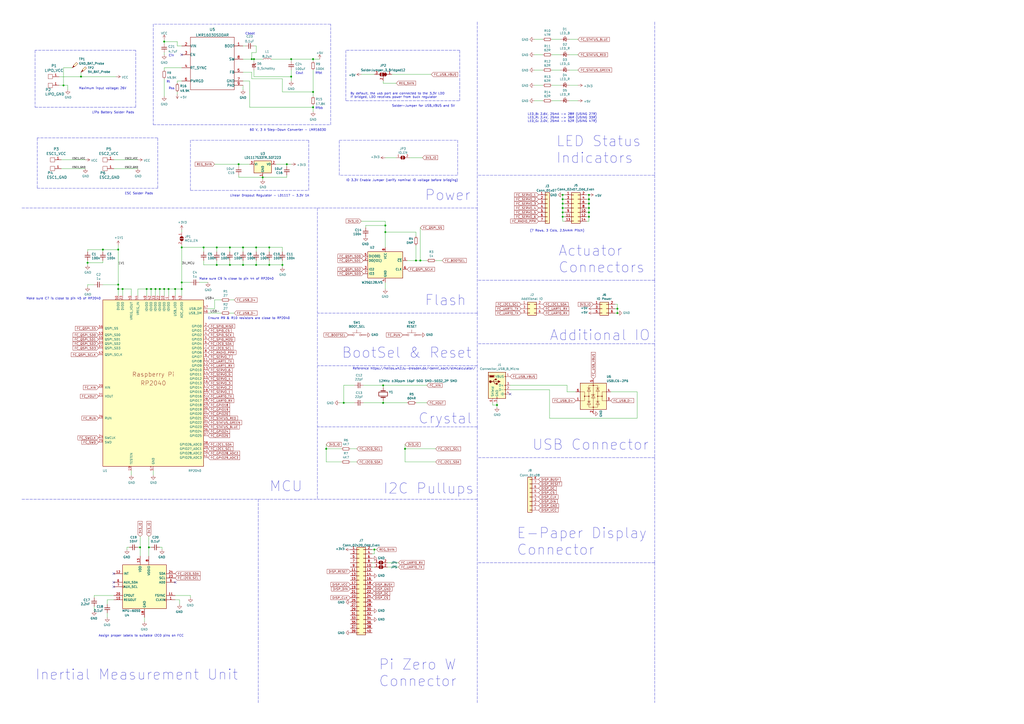
<source format=kicad_sch>
(kicad_sch (version 20211123) (generator eeschema)
  (paper "A2")
  (title_block (title "piUAV") (date "2022-01-04"))
  (junction (at 341.63 115.57))
  (junction (at 95.25 24.13))
  (junction (at 101.6 167.64))
  (junction (at 168.91 44.45))
  (junction (at 234.95 260.35))
  (junction (at 87.63 167.64))
  (junction (at 326.39 125.73))
  (junction (at 148.59 153.67))
  (junction (at 222.25 233.68))
  (junction (at 133.35 153.67))
  (junction (at 156.21 153.67))
  (junction (at 133.35 143.51))
  (junction (at 68.58 167.64))
  (junction (at 140.97 143.51))
  (junction (at 68.58 165.1))
  (junction (at 223.52 134.62))
  (junction (at 95.25 167.64))
  (junction (at 189.23 260.35))
  (junction (at 199.39 233.68))
  (junction (at 146.05 34.29))
  (junction (at 86.36 317.5))
  (junction (at 222.25 223.52))
  (junction (at 341.63 125.73))
  (junction (at 152.4 102.87))
  (junction (at 288.29 234.95))
  (junction (at 148.59 143.51))
  (junction (at 326.39 115.57))
  (junction (at 217.17 318.77))
  (junction (at 358.14 179.07))
  (junction (at 163.83 153.67))
  (junction (at 50.8 152.4))
  (junction (at 156.21 143.51))
  (junction (at 46.99 44.45))
  (junction (at 181.61 53.34))
  (junction (at 105.41 163.83))
  (junction (at 138.43 95.25))
  (junction (at 85.09 167.64))
  (junction (at 326.39 120.65))
  (junction (at 97.79 167.64))
  (junction (at 105.41 143.51))
  (junction (at 71.12 167.64))
  (junction (at 81.28 317.5))
  (junction (at 59.69 144.78))
  (junction (at 341.63 123.19))
  (junction (at 181.61 62.23))
  (junction (at 140.97 153.67))
  (junction (at 125.73 153.67))
  (junction (at 341.63 120.65))
  (junction (at 118.11 143.51))
  (junction (at 105.41 167.64))
  (junction (at 181.61 34.29))
  (junction (at 358.14 181.61))
  (junction (at 68.58 144.78))
  (junction (at 36.83 49.53))
  (junction (at 243.84 151.13))
  (junction (at 326.39 113.03))
  (junction (at 166.37 95.25))
  (junction (at 326.39 118.11))
  (junction (at 90.17 167.64))
  (junction (at 147.32 34.29))
  (junction (at 92.71 167.64))
  (junction (at 241.3 151.13))
  (junction (at 125.73 143.51))
  (junction (at 326.39 123.19))
  (junction (at 223.52 130.81))
  (junction (at 168.91 34.29))
  (junction (at 341.63 113.03))
  (junction (at 341.63 118.11))
  (no_connect (at 66.04 332.74))
  (no_connect (at 66.04 337.82))
  (no_connect (at 101.6 337.82))
  (no_connect (at 295.91 228.6))
  (no_connect (at 105.41 31.75))
  (no_connect (at 66.04 340.36))
  (wire (pts (xy 222.25 223.52) (xy 247.65 223.52)))
  (wire (pts (xy 327.66 123.19) (xy 326.39 123.19)))
  (wire (pts (xy 215.9 318.77) (xy 217.17 318.77)))
  (wire (pts (xy 115.57 163.83) (xy 120.65 163.83)))
  (wire (pts (xy 140.97 143.51) (xy 148.59 143.51)))
  (wire (pts (xy 325.12 49.53) (xy 320.04 49.53)))
  (polyline (pts (xy 149.86 289.56) (xy 149.86 407.67)))
  (wire (pts (xy 369.57 227.33) (xy 354.33 227.33)))
  (wire (pts (xy 256.54 151.13) (xy 252.73 151.13)))
  (wire (pts (xy 140.97 46.99) (xy 144.78 46.99)))
  (wire (pts (xy 39.37 49.53) (xy 39.37 52.07)))
  (wire (pts (xy 326.39 115.57) (xy 326.39 113.03)))
  (wire (pts (xy 76.2 273.05) (xy 76.2 275.59)))
  (polyline (pts (xy 276.86 181.61) (xy 276.86 212.09)))
  (wire (pts (xy 140.97 151.13) (xy 140.97 153.67)))
  (polyline (pts (xy 379.73 162.56) (xy 379.73 199.39)))
  (wire (pts (xy 229.87 91.44) (xy 223.52 91.44)))
  (wire (pts (xy 83.82 358.14) (xy 83.82 360.68)))
  (wire (pts (xy 205.74 233.68) (xy 199.39 233.68)))
  (wire (pts (xy 80.01 317.5) (xy 81.28 317.5)))
  (polyline (pts (xy 21.59 109.22) (xy 91.44 109.22)))
  (wire (pts (xy 105.41 143.51) (xy 118.11 143.51)))
  (wire (pts (xy 326.39 128.27) (xy 326.39 125.73)))
  (wire (pts (xy 356.87 176.53) (xy 358.14 176.53)))
  (wire (pts (xy 325.12 58.42) (xy 320.04 58.42)))
  (wire (pts (xy 148.59 26.67) (xy 147.32 26.67)))
  (wire (pts (xy 146.05 34.29) (xy 146.05 30.48)))
  (polyline (pts (xy 91.44 109.22) (xy 91.44 80.01)))
  (wire (pts (xy 50.8 152.4) (xy 50.8 153.67)))
  (wire (pts (xy 335.28 49.53) (xy 330.2 49.53)))
  (wire (pts (xy 285.75 233.68) (xy 285.75 234.95)))
  (wire (pts (xy 325.12 31.75) (xy 320.04 31.75)))
  (wire (pts (xy 163.83 45.72) (xy 163.83 53.34)))
  (wire (pts (xy 90.17 171.45) (xy 90.17 167.64)))
  (wire (pts (xy 335.28 22.86) (xy 330.2 22.86)))
  (wire (pts (xy 327.66 120.65) (xy 326.39 120.65)))
  (polyline (pts (xy 196.85 81.28) (xy 265.43 81.28)))
  (wire (pts (xy 156.21 151.13) (xy 156.21 153.67)))
  (wire (pts (xy 327.66 113.03) (xy 326.39 113.03)))
  (wire (pts (xy 102.87 26.67) (xy 102.87 24.13)))
  (wire (pts (xy 95.25 171.45) (xy 95.25 167.64)))
  (wire (pts (xy 86.36 311.15) (xy 86.36 317.5)))
  (wire (pts (xy 234.95 260.35) (xy 252.73 260.35)))
  (wire (pts (xy 125.73 153.67) (xy 118.11 153.67)))
  (polyline (pts (xy 379.73 101.6) (xy 379.73 162.56)))
  (wire (pts (xy 140.97 143.51) (xy 140.97 146.05)))
  (wire (pts (xy 227.33 43.18) (xy 250.19 43.18)))
  (wire (pts (xy 120.65 181.61) (xy 128.27 181.61)))
  (polyline (pts (xy 276.86 212.09) (xy 276.86 247.65)))
  (wire (pts (xy 118.11 143.51) (xy 125.73 143.51)))
  (polyline (pts (xy 196.85 101.6) (xy 196.85 81.28)))
  (wire (pts (xy 50.8 151.13) (xy 50.8 152.4)))
  (wire (pts (xy 66.04 97.79) (xy 80.01 97.79)))
  (polyline (pts (xy 379.73 162.56) (xy 276.86 162.56)))
  (wire (pts (xy 327.66 128.27) (xy 326.39 128.27)))
  (wire (pts (xy 133.35 146.05) (xy 133.35 143.51)))
  (wire (pts (xy 217.17 43.18) (xy 209.55 43.18)))
  (wire (pts (xy 224.79 326.39) (xy 231.14 326.39)))
  (polyline (pts (xy 379.73 199.39) (xy 276.86 199.39)))
  (wire (pts (xy 144.78 46.99) (xy 144.78 62.23)))
  (wire (pts (xy 133.35 151.13) (xy 133.35 153.67)))
  (wire (pts (xy 95.25 30.48) (xy 95.25 31.75)))
  (wire (pts (xy 95.25 24.13) (xy 95.25 25.4)))
  (wire (pts (xy 295.91 226.06) (xy 318.77 226.06)))
  (wire (pts (xy 147.32 34.29) (xy 147.32 35.56)))
  (wire (pts (xy 138.43 102.87) (xy 138.43 101.6)))
  (polyline (pts (xy 379.73 199.39) (xy 379.73 265.43)))
  (wire (pts (xy 36.83 39.37) (xy 41.91 39.37)))
  (wire (pts (xy 50.8 144.78) (xy 50.8 146.05)))
  (wire (pts (xy 341.63 118.11) (xy 341.63 115.57)))
  (wire (pts (xy 140.97 41.91) (xy 146.05 41.91)))
  (wire (pts (xy 181.61 34.29) (xy 168.91 34.29)))
  (polyline (pts (xy 179.07 110.49) (xy 179.07 81.28)))
  (wire (pts (xy 160.02 95.25) (xy 166.37 95.25)))
  (polyline (pts (xy 266.7 29.21) (xy 200.66 29.21)))
  (wire (pts (xy 223.52 128.27) (xy 209.55 128.27)))
  (wire (pts (xy 325.12 22.86) (xy 320.04 22.86)))
  (wire (pts (xy 73.66 317.5) (xy 73.66 318.77)))
  (wire (pts (xy 247.65 151.13) (xy 243.84 151.13)))
  (wire (pts (xy 234.95 260.35) (xy 234.95 267.97)))
  (wire (pts (xy 168.91 44.45) (xy 168.91 46.99)))
  (wire (pts (xy 133.35 153.67) (xy 140.97 153.67)))
  (wire (pts (xy 189.23 257.81) (xy 189.23 260.35)))
  (wire (pts (xy 101.6 347.98) (xy 104.14 347.98)))
  (wire (pts (xy 105.41 142.24) (xy 105.41 143.51)))
  (wire (pts (xy 125.73 151.13) (xy 125.73 153.67)))
  (wire (pts (xy 152.4 102.87) (xy 152.4 104.14)))
  (polyline (pts (xy 191.77 72.39) (xy 191.77 13.97)))
  (polyline (pts (xy 78.74 29.21) (xy 20.32 29.21)))
  (polyline (pts (xy 266.7 58.42) (xy 266.7 29.21)))
  (polyline (pts (xy 276.86 212.09) (xy 184.15 212.09)))
  (wire (pts (xy 54.61 351.79) (xy 54.61 354.33)))
  (wire (pts (xy 288.29 234.95) (xy 288.29 236.22)))
  (wire (pts (xy 95.25 39.37) (xy 95.25 40.64)))
  (wire (pts (xy 66.04 345.44) (xy 54.61 345.44)))
  (wire (pts (xy 71.12 167.64) (xy 68.58 167.64)))
  (wire (pts (xy 92.71 171.45) (xy 92.71 167.64)))
  (polyline (pts (xy 110.49 81.28) (xy 110.49 110.49)))
  (wire (pts (xy 335.28 31.75) (xy 330.2 31.75)))
  (wire (pts (xy 212.09 130.81) (xy 223.52 130.81)))
  (wire (pts (xy 133.35 173.99) (xy 135.89 173.99)))
  (wire (pts (xy 181.61 35.56) (xy 181.61 34.29)))
  (polyline (pts (xy 200.66 58.42) (xy 266.7 58.42)))
  (wire (pts (xy 50.8 165.1) (xy 54.61 165.1)))
  (wire (pts (xy 95.25 24.13) (xy 95.25 22.86)))
  (wire (pts (xy 105.41 163.83) (xy 105.41 167.64)))
  (wire (pts (xy 105.41 163.83) (xy 110.49 163.83)))
  (polyline (pts (xy 276.86 247.65) (xy 184.15 247.65)))
  (wire (pts (xy 222.25 48.26) (xy 229.87 48.26)))
  (wire (pts (xy 128.27 173.99) (xy 124.46 173.99)))
  (wire (pts (xy 62.23 347.98) (xy 62.23 350.52)))
  (polyline (pts (xy 184.15 120.65) (xy 184.15 289.56)))
  (wire (pts (xy 148.59 151.13) (xy 148.59 153.67)))
  (polyline (pts (xy 12.7 289.56) (xy 184.15 289.56)))
  (wire (pts (xy 140.97 49.53) (xy 140.97 52.07)))
  (wire (pts (xy 340.36 115.57) (xy 341.63 115.57)))
  (wire (pts (xy 92.71 317.5) (xy 93.98 317.5)))
  (wire (pts (xy 369.57 242.57) (xy 369.57 227.33)))
  (polyline (pts (xy 12.7 120.65) (xy 276.86 120.65)))
  (wire (pts (xy 340.36 120.65) (xy 341.63 120.65)))
  (wire (pts (xy 95.25 45.72) (xy 95.25 55.88)))
  (wire (pts (xy 146.05 30.48) (xy 148.59 30.48)))
  (polyline (pts (xy 20.32 29.21) (xy 20.32 62.23)))
  (wire (pts (xy 152.4 102.87) (xy 138.43 102.87)))
  (wire (pts (xy 288.29 233.68) (xy 288.29 234.95)))
  (wire (pts (xy 59.69 144.78) (xy 50.8 144.78)))
  (wire (pts (xy 81.28 311.15) (xy 81.28 317.5)))
  (wire (pts (xy 85.09 171.45) (xy 85.09 167.64)))
  (wire (pts (xy 223.52 128.27) (xy 223.52 130.81)))
  (wire (pts (xy 166.37 95.25) (xy 166.37 96.52)))
  (wire (pts (xy 102.87 46.99) (xy 105.41 46.99)))
  (wire (pts (xy 68.58 165.1) (xy 68.58 167.64)))
  (wire (pts (xy 146.05 34.29) (xy 147.32 34.29)))
  (wire (pts (xy 340.36 128.27) (xy 341.63 128.27)))
  (polyline (pts (xy 379.73 101.6) (xy 276.86 101.6)))
  (wire (pts (xy 76.2 171.45) (xy 76.2 167.64)))
  (wire (pts (xy 245.11 91.44) (xy 237.49 91.44)))
  (wire (pts (xy 93.98 317.5) (xy 93.98 318.77)))
  (wire (pts (xy 222.25 233.68) (xy 236.22 233.68)))
  (wire (pts (xy 223.52 163.83) (xy 223.52 167.64)))
  (wire (pts (xy 326.39 123.19) (xy 326.39 120.65)))
  (wire (pts (xy 59.69 146.05) (xy 59.69 144.78)))
  (wire (pts (xy 156.21 146.05) (xy 156.21 143.51)))
  (wire (pts (xy 203.2 260.35) (xy 207.01 260.35)))
  (wire (pts (xy 328.93 227.33) (xy 334.01 227.33)))
  (wire (pts (xy 318.77 242.57) (xy 369.57 242.57)))
  (wire (pts (xy 46.99 44.45) (xy 67.31 44.45)))
  (wire (pts (xy 327.66 125.73) (xy 326.39 125.73)))
  (wire (pts (xy 148.59 146.05) (xy 148.59 143.51)))
  (wire (pts (xy 234.95 267.97) (xy 252.73 267.97)))
  (wire (pts (xy 102.87 53.34) (xy 102.87 54.61)))
  (wire (pts (xy 215.9 321.31) (xy 217.17 321.31)))
  (wire (pts (xy 156.21 143.51) (xy 163.83 143.51)))
  (wire (pts (xy 148.59 143.51) (xy 156.21 143.51)))
  (wire (pts (xy 356.87 179.07) (xy 358.14 179.07)))
  (wire (pts (xy 147.32 34.29) (xy 152.4 34.29)))
  (polyline (pts (xy 276.86 181.61) (xy 184.15 181.61)))
  (wire (pts (xy 87.63 171.45) (xy 87.63 167.64)))
  (polyline (pts (xy 379.73 326.39) (xy 379.73 407.67)))
  (wire (pts (xy 295.91 223.52) (xy 328.93 223.52)))
  (wire (pts (xy 314.96 49.53) (xy 309.88 49.53)))
  (wire (pts (xy 144.78 62.23) (xy 181.61 62.23)))
  (wire (pts (xy 50.8 165.1) (xy 50.8 166.37)))
  (polyline (pts (xy 276.86 289.56) (xy 276.86 407.67)))
  (wire (pts (xy 85.09 167.64) (xy 87.63 167.64)))
  (polyline (pts (xy 276.86 120.65) (xy 276.86 181.61)))
  (wire (pts (xy 181.61 62.23) (xy 181.61 64.77)))
  (wire (pts (xy 327.66 115.57) (xy 326.39 115.57)))
  (wire (pts (xy 358.14 179.07) (xy 358.14 181.61)))
  (wire (pts (xy 163.83 153.67) (xy 156.21 153.67)))
  (polyline (pts (xy 379.73 265.43) (xy 379.73 326.39)))
  (wire (pts (xy 181.61 53.34) (xy 181.61 55.88)))
  (wire (pts (xy 335.28 58.42) (xy 330.2 58.42)))
  (wire (pts (xy 318.77 226.06) (xy 318.77 242.57)))
  (wire (pts (xy 181.61 40.64) (xy 181.61 53.34)))
  (wire (pts (xy 133.35 181.61) (xy 135.89 181.61)))
  (polyline (pts (xy 91.44 80.01) (xy 21.59 80.01)))
  (polyline (pts (xy 88.9 13.97) (xy 88.9 72.39)))
  (wire (pts (xy 335.28 40.64) (xy 330.2 40.64)))
  (wire (pts (xy 223.52 134.62) (xy 223.52 143.51)))
  (wire (pts (xy 341.63 120.65) (xy 341.63 118.11)))
  (wire (pts (xy 125.73 146.05) (xy 125.73 143.51)))
  (wire (pts (xy 74.93 317.5) (xy 73.66 317.5)))
  (wire (pts (xy 68.58 144.78) (xy 68.58 165.1)))
  (wire (pts (xy 241.3 151.13) (xy 236.22 151.13)))
  (wire (pts (xy 340.36 118.11) (xy 341.63 118.11)))
  (polyline (pts (xy 379.73 265.43) (xy 276.86 265.43)))
  (wire (pts (xy 285.75 234.95) (xy 288.29 234.95)))
  (wire (pts (xy 205.74 223.52) (xy 199.39 223.52)))
  (wire (pts (xy 156.21 153.67) (xy 148.59 153.67)))
  (polyline (pts (xy 88.9 72.39) (xy 191.77 72.39)))
  (wire (pts (xy 210.82 223.52) (xy 222.25 223.52)))
  (wire (pts (xy 125.73 143.51) (xy 133.35 143.51)))
  (wire (pts (xy 35.56 92.71) (xy 49.53 92.71)))
  (wire (pts (xy 147.32 44.45) (xy 168.91 44.45)))
  (wire (pts (xy 105.41 26.67) (xy 102.87 26.67)))
  (wire (pts (xy 163.83 153.67) (xy 163.83 154.94)))
  (wire (pts (xy 81.28 317.5) (xy 81.28 322.58)))
  (wire (pts (xy 163.83 143.51) (xy 163.83 146.05)))
  (wire (pts (xy 341.63 123.19) (xy 341.63 120.65)))
  (wire (pts (xy 66.04 347.98) (xy 62.23 347.98)))
  (wire (pts (xy 97.79 171.45) (xy 97.79 167.64)))
  (wire (pts (xy 189.23 260.35) (xy 189.23 267.97)))
  (wire (pts (xy 97.79 167.64) (xy 101.6 167.64)))
  (wire (pts (xy 340.36 123.19) (xy 341.63 123.19)))
  (wire (pts (xy 124.46 179.07) (xy 120.65 179.07)))
  (wire (pts (xy 215.9 328.93) (xy 217.17 328.93)))
  (wire (pts (xy 105.41 143.51) (xy 105.41 163.83)))
  (wire (pts (xy 340.36 113.03) (xy 341.63 113.03)))
  (wire (pts (xy 163.83 53.34) (xy 181.61 53.34)))
  (wire (pts (xy 341.63 128.27) (xy 341.63 125.73)))
  (wire (pts (xy 168.91 40.64) (xy 168.91 44.45)))
  (wire (pts (xy 340.36 125.73) (xy 341.63 125.73)))
  (polyline (pts (xy 200.66 29.21) (xy 200.66 58.42)))
  (wire (pts (xy 88.9 273.05) (xy 88.9 275.59)))
  (polyline (pts (xy 110.49 110.49) (xy 179.07 110.49)))
  (wire (pts (xy 46.99 44.45) (xy 46.99 41.91)))
  (wire (pts (xy 102.87 24.13) (xy 95.25 24.13)))
  (wire (pts (xy 168.91 35.56) (xy 168.91 34.29)))
  (wire (pts (xy 243.84 151.13) (xy 243.84 132.08)))
  (wire (pts (xy 189.23 267.97) (xy 198.12 267.97)))
  (wire (pts (xy 358.14 181.61) (xy 356.87 181.61)))
  (wire (pts (xy 101.6 345.44) (xy 110.49 345.44)))
  (wire (pts (xy 222.25 46.99) (xy 222.25 48.26)))
  (polyline (pts (xy 265.43 81.28) (xy 265.43 101.6)))
  (wire (pts (xy 133.35 153.67) (xy 125.73 153.67)))
  (wire (pts (xy 118.11 153.67) (xy 118.11 151.13)))
  (wire (pts (xy 118.11 146.05) (xy 118.11 143.51)))
  (wire (pts (xy 146.05 45.72) (xy 163.83 45.72)))
  (wire (pts (xy 223.52 130.81) (xy 223.52 134.62)))
  (wire (pts (xy 140.97 34.29) (xy 146.05 34.29)))
  (wire (pts (xy 105.41 167.64) (xy 105.41 171.45)))
  (polyline (pts (xy 179.07 81.28) (xy 110.49 81.28)))
  (wire (pts (xy 80.01 171.45) (xy 80.01 167.64)))
  (wire (pts (xy 210.82 233.68) (xy 222.25 233.68)))
  (wire (pts (xy 234.95 257.81) (xy 234.95 260.35)))
  (wire (pts (xy 35.56 97.79) (xy 49.53 97.79)))
  (wire (pts (xy 241.3 142.24) (xy 241.3 151.13)))
  (wire (pts (xy 314.96 40.64) (xy 309.88 40.64)))
  (wire (pts (xy 92.71 167.64) (xy 95.25 167.64)))
  (polyline (pts (xy 21.59 80.01) (xy 21.59 109.22)))
  (polyline (pts (xy 379.73 12.7) (xy 379.73 101.6)))
  (wire (pts (xy 314.96 58.42) (xy 309.88 58.42)))
  (wire (pts (xy 86.36 317.5) (xy 86.36 322.58)))
  (wire (pts (xy 68.58 167.64) (xy 68.58 171.45)))
  (wire (pts (xy 140.97 26.67) (xy 142.24 26.67)))
  (wire (pts (xy 326.39 125.73) (xy 326.39 123.19)))
  (polyline (pts (xy 276.86 247.65) (xy 276.86 289.56)))
  (wire (pts (xy 54.61 345.44) (xy 54.61 346.71)))
  (wire (pts (xy 87.63 317.5) (xy 86.36 317.5)))
  (wire (pts (xy 87.63 167.64) (xy 90.17 167.64)))
  (polyline (pts (xy 276.86 12.7) (xy 276.86 120.65)))
  (wire (pts (xy 215.9 326.39) (xy 217.17 326.39)))
  (wire (pts (xy 68.58 165.1) (xy 59.69 165.1)))
  (wire (pts (xy 168.91 34.29) (xy 157.48 34.29)))
  (wire (pts (xy 148.59 153.67) (xy 140.97 153.67)))
  (polyline (pts (xy 191.77 13.97) (xy 88.9 13.97)))
  (wire (pts (xy 95.25 167.64) (xy 97.79 167.64)))
  (wire (pts (xy 101.6 171.45) (xy 101.6 167.64)))
  (wire (pts (xy 146.05 41.91) (xy 146.05 45.72)))
  (wire (pts (xy 326.39 118.11) (xy 326.39 115.57)))
  (wire (pts (xy 163.83 151.13) (xy 163.83 153.67)))
  (wire (pts (xy 105.41 39.37) (xy 95.25 39.37)))
  (wire (pts (xy 243.84 151.13) (xy 241.3 151.13)))
  (wire (pts (xy 80.01 167.64) (xy 85.09 167.64)))
  (wire (pts (xy 124.46 95.25) (xy 138.43 95.25)))
  (wire (pts (xy 105.41 133.35) (xy 105.41 134.62)))
  (polyline (pts (xy 379.73 326.39) (xy 276.86 326.39)))
  (wire (pts (xy 203.2 267.97) (xy 207.01 267.97)))
  (wire (pts (xy 138.43 95.25) (xy 138.43 96.52)))
  (wire (pts (xy 76.2 167.64) (xy 71.12 167.64)))
  (wire (pts (xy 199.39 233.68) (xy 196.85 233.68)))
  (wire (pts (xy 341.63 115.57) (xy 341.63 113.03)))
  (wire (pts (xy 314.96 22.86) (xy 309.88 22.86)))
  (wire (pts (xy 90.17 167.64) (xy 92.71 167.64)))
  (wire (pts (xy 133.35 143.51) (xy 140.97 143.51)))
  (wire (pts (xy 34.29 49.53) (xy 36.83 49.53)))
  (wire (pts (xy 212.09 132.08) (xy 212.09 130.81)))
  (wire (pts (xy 68.58 144.78) (xy 59.69 144.78)))
  (wire (pts (xy 241.3 134.62) (xy 223.52 134.62)))
  (wire (pts (xy 152.4 102.87) (xy 166.37 102.87)))
  (wire (pts (xy 166.37 102.87) (xy 166.37 101.6)))
  (wire (pts (xy 328.93 223.52) (xy 328.93 227.33)))
  (wire (pts (xy 144.78 95.25) (xy 138.43 95.25)))
  (wire (pts (xy 66.04 92.71) (xy 80.01 92.71)))
  (wire (pts (xy 68.58 142.24) (xy 68.58 144.78)))
  (wire (pts (xy 222.25 224.79) (xy 222.25 223.52)))
  (wire (pts (xy 327.66 118.11) (xy 326.39 118.11)))
  (polyline (pts (xy 276.86 289.56) (xy 184.15 289.56)))
  (wire (pts (xy 199.39 223.52) (xy 199.39 233.68)))
  (wire (pts (xy 222.25 232.41) (xy 222.25 233.68)))
  (wire (pts (xy 36.83 49.53) (xy 39.37 49.53)))
  (wire (pts (xy 59.69 152.4) (xy 59.69 151.13)))
  (wire (pts (xy 148.59 30.48) (xy 148.59 26.67)))
  (wire (pts (xy 36.83 49.53) (xy 36.83 39.37)))
  (wire (pts (xy 181.61 62.23) (xy 181.61 60.96)))
  (wire (pts (xy 110.49 345.44) (xy 110.49 346.71)))
  (wire (pts (xy 241.3 137.16) (xy 241.3 134.62)))
  (wire (pts (xy 124.46 173.99) (xy 124.46 179.07)))
  (wire (pts (xy 217.17 318.77) (xy 218.44 318.77)))
  (wire (pts (xy 62.23 355.6) (xy 62.23 358.14)))
  (polyline (pts (xy 20.32 62.23) (xy 78.74 62.23)))
  (wire (pts (xy 314.96 31.75) (xy 309.88 31.75)))
  (wire (pts (xy 71.12 171.45) (xy 71.12 167.64)))
  (wire (pts (xy 325.12 40.64) (xy 320.04 40.64)))
  (polyline (pts (xy 265.43 101.6) (xy 196.85 101.6)))
  (wire (pts (xy 198.12 260.35) (xy 189.23 260.35)))
  (wire (pts (xy 217.17 321.31) (xy 217.17 318.77)))
  (wire (pts (xy 181.61 34.29) (xy 185.42 34.29)))
  (wire (pts (xy 101.6 167.64) (xy 105.41 167.64)))
  (wire (pts (xy 34.29 44.45) (xy 46.99 44.45)))
  (wire (pts (xy 147.32 40.64) (xy 147.32 44.45)))
  (wire (pts (xy 341.63 125.73) (xy 341.63 123.19)))
  (wire (pts (xy 50.8 152.4) (xy 59.69 152.4)))
  (wire (pts (xy 241.3 233.68) (xy 247.65 233.68)))
  (wire (pts (xy 224.79 328.93) (xy 231.14 328.93)))
  (wire (pts (xy 102.87 48.26) (xy 102.87 46.99)))
  (wire (pts (xy 104.14 347.98) (xy 104.14 350.52)))
  (wire (pts (xy 168.91 95.25) (xy 166.37 95.25)))
  (wire (pts (xy 358.14 176.53) (xy 358.14 179.07)))
  (wire (pts (xy 326.39 120.65) (xy 326.39 118.11)))
  (polyline (pts (xy 78.74 62.23) (xy 78.74 29.21)))
  (text "Rfbt" (at 182.88 43.18 0) (effects (font (size 1.27 1.27)) (justify left bottom)))
  (text "(7 Rows, 3 Cols, 2.54mm Pitch)" (at 307.34 134.62 0) (effects (font (size 1.27 1.27)) (justify left bottom)))
  (text "Flash" (at 246.38 177.8 0) (effects (font (size 6 6)) (justify left bottom)))
  (text "Pi Zero W\nConnector" (at 219.71 398.78 0) (effects (font (size 6 6)) (justify left bottom)))
  (text "Rfbb" (at 182.88 63.5 0) (effects (font (size 1.27 1.27)) (justify left bottom)))
  (text "Cboot" (at 142.24 20.32 0) (effects (font (size 1.27 1.27)) (justify left bottom)))
  (text "MCU" (at 156.21 285.75 0) (effects (font (size 6 6)) (justify left bottom)))
  (text "Additional IO" (at 318.77 198.12 0) (effects (font (size 6 6)) (justify left bottom)))
  (text "Make sure C7 is close to pin 45 of RP2040" (at 15.24 173.99 0) (effects (font (size 1.27 1.27)) (justify left bottom)))
  (text "I2C Pullups" (at 222.25 287.02 0) (effects (font (size 6 6)) (justify left bottom)))
  (text "Rt" (at 96.52 48.26 0) (effects (font (size 1.27 1.27)) (justify left bottom)))
  (text "Linear Dropout Regulator - LD1117 - 3.3V 1A" (at 133.35 114.3 0) (effects (font (size 1.27 1.27)) (justify left bottom)))
  (text "By default, the usb port are connected to the 3.3V LDO\nIf bridged, LDO receives power from buck regulator" (at 203.2 57.15 0) (effects (font (size 1.27 1.27)) (justify left bottom)))
  (text "LED_B: 2.6V, 25mA -> 28R (USING 27R)\nLED_R: 2.4V, 25mA -> 36R (USING 33R)\nLED_G: 2.0V, 25mA -> 52R (USING 47R)" (at 306.07 71.12 0) (effects (font (size 1.27 1.27)) (justify left bottom)))
  (text "Reference https://helios.wh2.tu-dresden.de/~benni_koch/stmcalculator/" (at 204.47 214.63 0) (effects (font (size 1.27 1.27)) (justify left bottom)))
  (text "Cin" (at 97.79 33.02 0) (effects (font (size 1.27 1.27)) (justify left bottom)))
  (text "Ensure R9 & R10 resistors are close to RP2040" (at 120.65 185.42 0) (effects (font (size 1.27 1.27)) (justify left bottom)))
  (text "Cout" (at 171.45 43.18 0) (effects (font (size 1.27 1.27)) (justify left bottom)))
  (text "USB Connector" (at 308.61 261.62 0) (effects (font (size 6 6)) (justify left bottom)))
  (text "Actuator \nConnectors" (at 323.85 158.75 0) (effects (font (size 6 6)) (justify left bottom)))
  (text "ESC Solder Pads" (at 72.39 113.03 0) (effects (font (size 1.27 1.27)) (justify left bottom)))
  (text "Assign proper labels to suitable I2C0 pins on FCC" (at 57.15 369.57 0) (effects (font (size 1.27 1.27)) (justify left bottom)))
  (text "Power" (at 246.38 116.84 0) (effects (font (size 6 6)) (justify left bottom)))
  (text "60 V, 3 A Step-Down Converter - LMR16030 " (at 144.78 76.2 0) (effects (font (size 1.27 1.27)) (justify left bottom)))
  (text "E-Paper Display \nConnector" (at 299.72 322.58 0) (effects (font (size 6 6)) (justify left bottom)))
  (text "IO 3.3V Enable Jumper (verify nominal IO voltage before bridging)" (at 200.66 105.41 0) (effects (font (size 1.27 1.27)) (justify left bottom)))
  (text "Rss" (at 97.79 52.07 0) (effects (font (size 1.27 1.27)) (justify left bottom)))
  (text "BootSel & Reset" (at 198.12 208.28 0) (effects (font (size 6 6)) (justify left bottom)))
  (text "LiPo Battery Solder Pads" (at 53.34 66.04 0) (effects (font (size 1.27 1.27)) (justify left bottom)))
  (text "Inertial Measurement Unit" (at 20.32 394.97 0) (effects (font (size 6 6)) (justify left bottom)))
  (text "Crystal" (at 242.57 246.38 0) (effects (font (size 6 6)) (justify left bottom)))
  (text "Maximum input voltage: 26V" (at 45.72 52.07 0) (effects (font (size 1.27 1.27)) (justify left bottom)))
  (text "Solder-Jumper for USB_VBUS and 5V" (at 227.33 62.23 0) (effects (font (size 1.27 1.27)) (justify left bottom)))
  (text "LED Status \nIndicators" (at 322.58 95.25 0) (effects (font (size 6 6)) (justify left bottom)))
  (text "Make sure C9 is close to pin 44 of RP2040" (at 115.57 162.56 0) (effects (font (size 1.27 1.27)) (justify left bottom)))
  (label "ESC1_VCC" (at 41.91 92.71 0) (effects (font (size 0.9906 0.9906))))
  (label "USB+" (at 124.46 173.99 180))
  (label "ESC2_VCC" (at 72.39 92.71 0) (effects (font (size 0.9906 0.9906))))
  (label "1V1" (at 68.58 153.67 0))
  (label "ESC2_GND" (at 72.39 97.79 0) (effects (font (size 0.9906 0.9906))))
  (label "ESC1_GND" (at 41.91 97.79 0) (effects (font (size 0.9906 0.9906))))
  (label "3V_MCU" (at 105.41 153.67 0))
  (label "USB-" (at 121.92 181.61 0))
  (global_label "FC_GPIO18" (shape input) (at 120.65 234.95 0) (property "Intersheet References" "${INTERSHEET_REFS}" (effects hide)))
  (global_label "FC_USB_D-" (shape input) (at 354.33 232.41 0) (property "Intersheet References" "${INTERSHEET_REFS}" (effects hide)))
  (global_label "FC_QSPI_SD0" (shape input) (at 210.82 148.59 180) (property "Intersheet References" "${INTERSHEET_REFS}" (effects hide)))
  (global_label "3V3_IO" (shape input) (at 81.28 311.15 90) (property "Intersheet References" "${INTERSHEET_REFS}" (effects hide)))
  (global_label "FC_I2C0_SDA" (shape input) (at 101.6 332.74 0) (property "Intersheet References" "${INTERSHEET_REFS}" (effects hide)))
  (global_label "FC_RADIO_PPM" (shape input) (at 120.65 204.47 0) (property "Intersheet References" "${INTERSHEET_REFS}" (effects hide)))
  (global_label "FC_USB_D-" (shape input) (at 135.89 181.61 0) (property "Intersheet References" "${INTERSHEET_REFS}" (effects hide)))
  (global_label "DISP_BUSY" (shape input) (at 312.42 278.13 0) (property "Intersheet References" "${INTERSHEET_REFS}" (effects hide)))
  (global_label "FC_STATUS_RED" (shape input) (at 335.28 31.75 0) (property "Intersheet References" "${INTERSHEET_REFS}" (effects hide)))
  (global_label "FC_SPI0_MOSI" (shape input) (at 120.65 196.85 0) (property "Intersheet References" "${INTERSHEET_REFS}" (effects hide)))
  (global_label "FC_UART0_TX" (shape input) (at 302.26 181.61 180) (property "Intersheet References" "${INTERSHEET_REFS}" (effects hide)))
  (global_label "DISP_VCC" (shape input) (at 203.2 339.09 180) (property "Intersheet References" "${INTERSHEET_REFS}" (effects hide)))
  (global_label "3V3_IO" (shape input) (at 245.11 91.44 0) (property "Intersheet References" "${INTERSHEET_REFS}" (effects hide)))
  (global_label "FC_SERVO_4" (shape input) (at 120.65 219.71 0) (property "Intersheet References" "${INTERSHEET_REFS}" (effects hide)))
  (global_label "FC_XOUT" (shape input) (at 57.15 229.87 180) (property "Intersheet References" "${INTERSHEET_REFS}" (effects hide)))
  (global_label "3V3_IO" (shape input) (at 189.23 257.81 0) (property "Intersheet References" "${INTERSHEET_REFS}" (effects hide)))
  (global_label "DISP_BUSY" (shape input) (at 215.9 339.09 0) (property "Intersheet References" "${INTERSHEET_REFS}" (effects hide)))
  (global_label "FC_I2C1_SCL" (shape input) (at 120.65 260.35 0) (property "Intersheet References" "${INTERSHEET_REFS}" (effects hide)))
  (global_label "FC_QSPI_SD2" (shape input) (at 57.15 199.39 180) (property "Intersheet References" "${INTERSHEET_REFS}" (effects hide)))
  (global_label "FC_STATUS_BLUE" (shape input) (at 120.65 247.65 0) (property "Intersheet References" "${INTERSHEET_REFS}" (effects hide)))
  (global_label "FC_STATUS_BLUE" (shape input) (at 335.28 22.86 0) (property "Intersheet References" "${INTERSHEET_REFS}" (effects hide)))
  (global_label "FC_UART1_RX" (shape input) (at 120.65 212.09 0) (property "Intersheet References" "${INTERSHEET_REFS}" (effects hide)))
  (global_label "FC_SERVO_1" (shape input) (at 312.42 113.03 180) (property "Intersheet References" "${INTERSHEET_REFS}" (effects hide)))
  (global_label "DISP_CS" (shape input) (at 215.9 346.71 0) (property "Intersheet References" "${INTERSHEET_REFS}" (effects hide)))
  (global_label "FC_USB_D+" (shape input) (at 135.89 173.99 0) (property "Intersheet References" "${INTERSHEET_REFS}" (effects hide)))
  (global_label "REG_5VIN" (shape input) (at 229.87 48.26 0) (property "Intersheet References" "${INTERSHEET_REFS}" (effects hide)))
  (global_label "FC_GPIO25" (shape input) (at 120.65 252.73 0) (property "Intersheet References" "${INTERSHEET_REFS}" (effects hide)))
  (global_label "DISP_GND" (shape input) (at 312.42 293.37 0) (property "Intersheet References" "${INTERSHEET_REFS}" (effects hide)))
  (global_label "FC_UART0_RX" (shape input) (at 231.14 326.39 0) (property "Intersheet References" "${INTERSHEET_REFS}" (effects hide)))
  (global_label "FC_UART0_TX" (shape input) (at 120.65 229.87 0) (property "Intersheet References" "${INTERSHEET_REFS}" (effects hide)))
  (global_label "FC_USB_D+" (shape input) (at 334.01 232.41 180) (property "Intersheet References" "${INTERSHEET_REFS}" (effects hide)))
  (global_label "FC_STATUS_RED" (shape input) (at 120.65 242.57 0) (property "Intersheet References" "${INTERSHEET_REFS}" (effects hide)))
  (global_label "FC_UART0_RX" (shape input) (at 120.65 232.41 0) (property "Intersheet References" "${INTERSHEET_REFS}" (effects hide)))
  (global_label "FC_UART1_TX" (shape input) (at 302.26 179.07 180) (property "Intersheet References" "${INTERSHEET_REFS}" (effects hide)))
  (global_label "FC_I2C0_SDA" (shape input) (at 207.01 267.97 0) (property "Intersheet References" "${INTERSHEET_REFS}" (effects hide)))
  (global_label "FC_I2C0_SCL" (shape input) (at 207.01 260.35 0) (property "Intersheet References" "${INTERSHEET_REFS}" (effects hide)))
  (global_label "FC_XIN" (shape input) (at 247.65 223.52 0) (property "Intersheet References" "${INTERSHEET_REFS}" (effects hide)))
  (global_label "FC_SERVO_7" (shape input) (at 120.65 207.01 0) (property "Intersheet References" "${INTERSHEET_REFS}" (effects hide)))
  (global_label "FC_GPIO19" (shape input) (at 120.65 237.49 0) (property "Intersheet References" "${INTERSHEET_REFS}" (effects hide)))
  (global_label "FC_GPIO24" (shape input) (at 120.65 250.19 0) (property "Intersheet References" "${INTERSHEET_REFS}" (effects hide)))
  (global_label "DISP_CLK" (shape input) (at 203.2 346.71 180) (property "Intersheet References" "${INTERSHEET_REFS}" (effects hide)))
  (global_label "FC_SERVO_6" (shape input) (at 312.42 125.73 180) (property "Intersheet References" "${INTERSHEET_REFS}" (effects hide)))
  (global_label "FC_XOUT" (shape input) (at 247.65 233.68 0) (property "Intersheet References" "${INTERSHEET_REFS}" (effects hide)))
  (global_label "3V3_IO" (shape input) (at 86.36 311.15 90) (property "Intersheet References" "${INTERSHEET_REFS}" (effects hide)))
  (global_label "3V3_IO" (shape input) (at 234.95 257.81 0) (property "Intersheet References" "${INTERSHEET_REFS}" (effects hide)))
  (global_label "DISP_DC" (shape input) (at 312.42 283.21 0) (property "Intersheet References" "${INTERSHEET_REFS}" (effects hide)))
  (global_label "FC_UART1_RX" (shape input) (at 314.96 179.07 0) (property "Intersheet References" "${INTERSHEET_REFS}" (effects hide)))
  (global_label "FC_SPI0_SCK" (shape input) (at 120.65 194.31 0) (property "Intersheet References" "${INTERSHEET_REFS}" (effects hide)))
  (global_label "FC_SERVO_3" (shape input) (at 120.65 222.25 0) (property "Intersheet References" "${INTERSHEET_REFS}" (effects hide)))
  (global_label "FC_I2C0_SCL" (shape input) (at 120.65 201.93 0) (property "Intersheet References" "${INTERSHEET_REFS}" (effects hide)))
  (global_label "FC_SWCLK" (shape input) (at 57.15 254 180) (property "Intersheet References" "${INTERSHEET_REFS}" (effects hide)))
  (global_label "DISP_DIN" (shape input) (at 312.42 290.83 0) (property "Intersheet References" "${INTERSHEET_REFS}" (effects hide)))
  (global_label "FC_GPIO28_ADC2" (shape input) (at 120.65 262.89 0) (property "Intersheet References" "${INTERSHEET_REFS}" (effects hide)))
  (global_label "FC_STATUS_GREEN" (shape input) (at 120.65 245.11 0) (property "Intersheet References" "${INTERSHEET_REFS}" (effects hide)))
  (global_label "FC_RUN" (shape input) (at 57.15 242.57 180) (property "Intersheet References" "${INTERSHEET_REFS}" (effects hide)))
  (global_label "FC_I2C0_SDA" (shape input) (at 120.65 199.39 0) (property "Intersheet References" "${INTERSHEET_REFS}" (effects hide)))
  (global_label "FC_SPI0_CS" (shape input) (at 120.65 191.77 0) (property "Intersheet References" "${INTERSHEET_REFS}" (effects hide)))
  (global_label "DISP_DIN" (shape input) (at 203.2 341.63 180) (property "Intersheet References" "${INTERSHEET_REFS}" (effects hide)))
  (global_label "FC_XIN" (shape input) (at 57.15 224.79 180) (property "Intersheet References" "${INTERSHEET_REFS}" (effects hide)))
  (global_label "FC_BOOTSEL" (shape input) (at 256.54 151.13 0) (property "Intersheet References" "${INTERSHEET_REFS}" (effects hide)))
  (global_label "FC_SWD" (shape input) (at 57.15 256.54 180) (property "Intersheet References" "${INTERSHEET_REFS}" (effects hide)))
  (global_label "FC_SERVO_2" (shape input) (at 120.65 224.79 0) (property "Intersheet References" "${INTERSHEET_REFS}" (effects hide)))
  (global_label "FC_I2C1_SDA" (shape input) (at 252.73 267.97 0) (property "Intersheet References" "${INTERSHEET_REFS}" (effects hide)))
  (global_label "3V3_IO" (shape input) (at 344.17 176.53 180) (property "Intersheet References" "${INTERSHEET_REFS}" (effects hide)))
  (global_label "FC_QSPI_SD2" (shape input) (at 210.82 156.21 180) (property "Intersheet References" "${INTERSHEET_REFS}" (effects hide)))
  (global_label "FC_QSPI_SD1" (shape input) (at 57.15 196.85 180) (property "Intersheet References" "${INTERSHEET_REFS}" (effects hide)))
  (global_label "FC_SERVO_1" (shape input) (at 120.65 227.33 0) (property "Intersheet References" "${INTERSHEET_REFS}" (effects hide)))
  (global_label "FC_QSPI_SD3" (shape input) (at 57.15 201.93 180) (property "Intersheet References" "${INTERSHEET_REFS}" (effects hide)))
  (global_label "DISP_CS" (shape input) (at 312.42 285.75 0) (property "Intersheet References" "${INTERSHEET_REFS}" (effects hide)))
  (global_label "FC_SERVO_3" (shape input) (at 312.42 118.11 180) (property "Intersheet References" "${INTERSHEET_REFS}" (effects hide)))
  (global_label "FC_QSPI_SCLK" (shape input) (at 236.22 156.21 0) (property "Intersheet References" "${INTERSHEET_REFS}" (effects hide)))
  (global_label "FC_QSPI_SD1" (shape input) (at 210.82 151.13 180) (property "Intersheet References" "${INTERSHEET_REFS}" (effects hide)))
  (global_label "FC_UART0_RX" (shape input) (at 314.96 181.61 0) (property "Intersheet References" "${INTERSHEET_REFS}" (effects hide)))
  (global_label "FC_USB_VBUS" (shape input) (at 344.17 219.71 90) (property "Intersheet References" "${INTERSHEET_REFS}" (effects hide)))
  (global_label "DISP_CLK" (shape input) (at 312.42 288.29 0) (property "Intersheet References" "${INTERSHEET_REFS}" (effects hide)))
  (global_label "FC_QSPI_SD0" (shape input) (at 57.15 194.31 180) (property "Intersheet References" "${INTERSHEET_REFS}" (effects hide)))
  (global_label "FC_I2C0_SCL" (shape input) (at 101.6 335.28 0) (property "Intersheet References" "${INTERSHEET_REFS}" (effects hide)))
  (global_label "REG_5VIN" (shape input) (at 218.44 318.77 0) (property "Intersheet References" "${INTERSHEET_REFS}" (effects hide)))
  (global_label "DISP_RESET" (shape input) (at 203.2 331.47 180) (property "Intersheet References" "${INTERSHEET_REFS}" (effects hide)))
  (global_label "FC_USB_VBUS" (shape input) (at 295.91 218.44 0) (property "Intersheet References" "${INTERSHEET_REFS}" (effects hide)))
  (global_label "FC_SPI0_MISO" (shape input) (at 120.65 189.23 0) (property "Intersheet References" "${INTERSHEET_REFS}" (effects hide)))
  (global_label "FC_STATUS_GREEN" (shape input) (at 335.28 40.64 0) (property "Intersheet References" "${INTERSHEET_REFS}" (effects hide)))
  (global_label "FC_QSPI_SS" (shape input) (at 243.84 132.08 0) (property "Intersheet References" "${INTERSHEET_REFS}" (effects hide)))
  (global_label "FC_GPIO29_ADC3" (shape input) (at 120.65 265.43 0) (property "Intersheet References" "${INTERSHEET_REFS}" (effects hide)))
  (global_label "DISP_RESET" (shape input) (at 312.42 280.67 0) (property "Intersheet References" "${INTERSHEET_REFS}" (effects hide)))
  (global_label "FC_I2C1_SCL" (shape input) (at 302.26 176.53 180) (property "Intersheet References" "${INTERSHEET_REFS}" (effects hide)))
  (global_label "FC_QSPI_SCLK" (shape input) (at 57.15 205.74 180) (property "Intersheet References" "${INTERSHEET_REFS}" (effects hide)))
  (global_label "FC_UART1_TX" (shape input) (at 120.65 209.55 0) (property "Intersheet References" "${INTERSHEET_REFS}" (effects hide)))
  (global_label "FC_GPIO20" (shape input) (at 120.65 240.03 0) (property "Intersheet References" "${INTERSHEET_REFS}" (effects hide)))
  (global_label "FC_SERVO_5" (shape input) (at 120.65 217.17 0) (property "Intersheet References" "${INTERSHEET_REFS}" (effects hide)))
  (global_label "FC_RUN" (shape input) (at 233.68 194.31 180) (property "Intersheet References" "${INTERSHEET_REFS}" (effects hide)))
  (global_label "FC_SERVO_2" (shape input) (at 312.42 115.57 180) (property "Intersheet References" "${INTERSHEET_REFS}" (effects hide)))
  (global_label "FC_SERVO_4" (shape input) (at 312.42 120.65 180) (property "Intersheet References" "${INTERSHEET_REFS}" (effects hide)))
  (global_label "DISP_GND" (shape input) (at 215.9 341.63 0) (property "Intersheet References" "${INTERSHEET_REFS}" (effects hide)))
  (global_label "DISP_DC" (shape input) (at 215.9 344.17 0) (property "Intersheet References" "${INTERSHEET_REFS}" (effects hide)))
  (global_label "FC_BOOTSEL" (shape input) (at 201.93 194.31 180) (property "Intersheet References" "${INTERSHEET_REFS}" (effects hide)))
  (global_label "FC_RADIO_PPM" (shape input) (at 312.42 128.27 180) (property "Intersheet References" "${INTERSHEET_REFS}" (effects hide)))
  (global_label "FC_SERVO_6" (shape input) (at 120.65 214.63 0) (property "Intersheet References" "${INTERSHEET_REFS}" (effects hide)))
  (global_label "FC_I2C1_SDA" (shape input) (at 120.65 257.81 0) (property "Intersheet References" "${INTERSHEET_REFS}" (effects hide)))
  (global_label "FC_UART0_TX" (shape input) (at 231.14 328.93 0) (property "Intersheet References" "${INTERSHEET_REFS}" (effects hide)))
  (global_label "FC_QSPI_SS" (shape input) (at 57.15 190.5 180) (property "Intersheet References" "${INTERSHEET_REFS}" (effects hide)))
  (global_label "FC_I2C1_SDA" (shape input) (at 314.96 176.53 0) (property "Intersheet References" "${INTERSHEET_REFS}" (effects hide)))
  (global_label "REG_5VIN" (shape input) (at 124.46 95.25 180) (property "Intersheet References" "${INTERSHEET_REFS}" (effects hide)))
  (global_label "FC_SERVO_5" (shape input) (at 312.42 123.19 180) (property "Intersheet References" "${INTERSHEET_REFS}" (effects hide)))
  (global_label "FC_USB_VBUS" (shape input) (at 250.19 43.18 0) (property "Intersheet References" "${INTERSHEET_REFS}" (effects hide)))
  (global_label "3V3_IO" (shape input) (at 209.55 128.27 180) (property "Intersheet References" "${INTERSHEET_REFS}" (effects hide)))
  (global_label "DISP_VCC" (shape input) (at 312.42 295.91 0) (property "Intersheet References" "${INTERSHEET_REFS}" (effects hide)))
  (global_label "FC_I2C1_SCL" (shape input) (at 252.73 260.35 0) (property "Intersheet References" "${INTERSHEET_REFS}" (effects hide)))
  (global_label "FC_QSPI_SD3" (shape input) (at 210.82 158.75 180) (property "Intersheet References" "${INTERSHEET_REFS}" (effects hide)))
  (symbol (lib_id "power:+5V") (at 344.17 179.07 90) (unit 1)
    (property "Reference" "#PWR043" (effects hide))
    (property "Value" "+5V" (at 340.9188 178.689 90) (effects (justify left)))
  )
  (symbol (lib_id "power:+3.3V") (at 203.2 318.77 90) (unit 1)
    (property "Reference" "#PWR048" (effects hide))
    (property "Value" "+3.3V" (at 199.9488 318.389 90) (effects (justify left)))
  )
  (symbol (lib_id "Connector:TestPoint_Probe") (at 46.99 41.91 0) (unit 1)
    (property "Reference" "TP2" (at 50.8762 39.3446 0) (effects (justify left)))
    (property "Value" "5V_BAT_Probe" (at 50.8762 41.656 0) (effects (justify left)))
    (property "Footprint" "TestPoint:TestPoint_Pad_D1.0mm" (effects hide))
  )
  (symbol (lib_id "power:VCC") (at 80.01 92.71 270) (unit 1)
    (property "Reference" "#PWR018" (effects hide))
    (property "Value" "VCC" (at 83.2612 93.091 90) (effects (justify left)))
  )
  (symbol (lib_id "power:GND") (at 93.98 318.77 0) (mirror y) (unit 1)
    (property "Reference" "#PWR028" (effects hide))
    (property "Value" "GND" (at 93.853 323.1642 0))
  )
  (symbol (lib_id "power:GND") (at 95.25 55.88 0) (unit 1)
    (property "Reference" "#PWR031" (effects hide))
    (property "Value" "GND" (at 95.25 60.4425 0))
  )
  (symbol (lib_id "Device:L_Small") (at 154.94 34.29 90) (unit 1)
    (property "Reference" "L1" (at 154.94 29.9425 90))
    (property "Value" "8.2uH" (at 154.94 32.7176 90))
    (property "Footprint" "Inductor_SMD:L_7.3x7.3_H3.5" (effects hide))
    (property "LCSC" "C334083" (effects hide))
  )
  (symbol (lib_id "Device:C_Small") (at 163.83 148.59 0) (unit 1)
    (property "Reference" "C11" (at 166.1668 147.4216 0) (effects (justify left)))
    (property "Value" "100n" (at 166.1668 149.733 0) (effects (justify left)))
    (property "Footprint" "Capacitor_SMD:C_0402_1005Metric_Pad0.74x0.62mm_HandSolder" (effects hide))
    (property "LCSC" "C129131" (effects hide))
  )
  (symbol (lib_id "power:GND") (at 358.14 181.61 90) (unit 1)
    (property "Reference" "#PWR047" (effects hide))
    (property "Value" "GND" (at 361.3912 181.483 90) (effects (justify right)))
  )
  (symbol (lib_id "power:+5V") (at 185.42 34.29 0) (unit 1)
    (property "Reference" "#PWR061" (effects hide))
    (property "Value" "+5V" (at 185.42 30.6855 0))
  )
  (symbol (lib_id "Device:Crystal") (at 222.25 228.6 270) (unit 1)
    (property "Reference" "Y1" (at 225.5774 227.4316 90) (effects (justify left)))
    (property "Value" "12MHz ±30ppm 16pF 50Ω SMD-5032_2P SMD" (at 219.71 220.98 90) (effects (justify left)))
    (property "Footprint" "Crystal:Crystal_SMD_TXC_7A-2Pin_5x3.2mm" (effects hide))
    (property "LCSC" "C90884" (effects hide))
  )
  (symbol (lib_id "Sensor_Motion:MPU-6050") (at 83.82 340.36 0) (mirror y) (unit 1)
    (property "Reference" "U4" (at 73.66 356.87 0))
    (property "Value" "MPU-6050" (at 76.2 354.33 0))
    (property "Footprint" "Sensor_Motion:InvenSense_QFN-24_4x4mm_P0.5mm" (effects hide))
    (property "Datasheet" "https://store.invensense.com/datasheets/invensense/MPU-6050_DataSheet_V3%204.pdf" (effects hide))
    (property "LCSC" "C24112" (effects hide))
  )
  (symbol (lib_id "Jumper:SolderJumper_3_Bridged12") (at 222.25 43.18 0) (mirror y) (unit 1)
    (property "Reference" "JP2" (at 222.25 37.973 0))
    (property "Value" "SolderJumper_3_Bridged12" (at 222.25 40.64 0))
    (property "Footprint" "Jumper:SolderJumper-3_P1.3mm_Bridged12_RoundedPad1.0x1.5mm_NumberLabels" (effects hide))
  )
  (symbol (lib_id "power:GND") (at 196.85 233.68 270) (unit 1)
    (property "Reference" "#PWR09" (effects hide))
    (property "Value" "GND" (at 193.5988 233.807 90) (effects (justify right)))
  )
  (symbol (lib_id "power:VCC") (at 49.53 92.71 270) (unit 1)
    (property "Reference" "#PWR015" (effects hide))
    (property "Value" "VCC" (at 52.7812 93.091 90) (effects (justify left)))
  )
  (symbol (lib_id "power:+5V") (at 344.17 181.61 90) (unit 1)
    (property "Reference" "#PWR044" (effects hide))
    (property "Value" "+5V" (at 340.9188 181.229 90) (effects (justify left)))
  )
  (symbol (lib_id "Jumper:SolderJumper_2_Open") (at 105.41 138.43 270) (unit 1)
    (property "Reference" "JP1" (at 107.1372 137.2616 90) (effects (justify left)))
    (property "Value" "MCU_EN" (at 107.1372 139.573 90) (effects (justify left)))
    (property "Footprint" "Jumper:SolderJumper-2_P1.3mm_Open_RoundedPad1.0x1.5mm" (effects hide))
  )
  (symbol (lib_id "hermes_v1-rescue:RP2040-MCU_RP2040") (at 88.9 222.25 0) (unit 1)
    (property "Reference" "U1" (at 60.96 273.05 0))
    (property "Value" "RP2040" (at 113.03 273.05 0))
    (property "Footprint" "RP2040:RP2040-QFN-56" (effects hide))
    (property "LCSC" "C2040" (effects hide))
  )
  (symbol (lib_id "Device:R_Small") (at 130.81 173.99 270) (unit 1)
    (property "Reference" "R1" (at 130.81 169.0116 90))
    (property "Value" "27" (at 130.81 171.323 90))
    (property "Footprint" "Resistor_SMD:R_0402_1005Metric_Pad0.72x0.64mm_HandSolder" (effects hide))
    (property "LCSC" "C413051" (effects hide))
  )
  (symbol (lib_id "Device:C_Small") (at 148.59 148.59 0) (unit 1)
    (property "Reference" "C9" (at 150.9268 147.4216 0) (effects (justify left)))
    (property "Value" "100n" (at 150.9268 149.733 0) (effects (justify left)))
    (property "Footprint" "Capacitor_SMD:C_0402_1005Metric_Pad0.74x0.62mm_HandSolder" (effects hide))
    (property "LCSC" "C129131" (effects hide))
  )
  (symbol (lib_id "power:GND") (at 120.65 163.83 0) (unit 1)
    (property "Reference" "#PWR07" (effects hide))
    (property "Value" "GND" (at 120.777 168.2242 0))
  )
  (symbol (lib_id "Device:LED_Small") (at 327.66 22.86 0) (unit 1)
    (property "Reference" "D1" (at 327.66 16.891 0))
    (property "Value" "LED_B" (at 327.66 19.2024 0))
    (property "Footprint" "LED_SMD:LED_0402_1005Metric_Pad0.77x0.64mm_HandSolder" (effects hide))
    (property "LCSC" "C434447" (effects hide))
  )
  (symbol (lib_id "Device:LED_Small") (at 327.66 40.64 0) (unit 1)
    (property "Reference" "D3" (at 327.66 34.671 0))
    (property "Value" "LED_G" (at 327.66 36.9824 0))
    (property "Footprint" "LED_SMD:LED_0402_1005Metric_Pad0.77x0.64mm_HandSolder" (effects hide))
    (property "LCSC" "C264408" (effects hide))
  )
  (symbol (lib_id "power:GND") (at 140.97 52.07 0) (unit 1)
    (property "Reference" "#PWR060" (effects hide))
    (property "Value" "GND" (at 140.97 56.6325 0))
  )
  (symbol (lib_id "LMR16030SDDAR:LMR16030SDDAR") (at 123.19 36.83 0) (unit 1)
    (property "Reference" "U5" (at 123.19 17.0845 0) (effects (font (size 1.524 1.524))))
    (property "Value" "LMR16030SDDAR" (at 123.19 20.3635 0) (effects (font (size 1.524 1.524))))
    (property "Footprint" "LMR16030SDDAR:LMR16030SDDAR" (effects hide))
    (property "LCSC" " C136648" (effects hide))
  )
  (symbol (lib_id "power:GND") (at 95.25 31.75 0) (unit 1)
    (property "Reference" "#PWR058" (effects hide))
    (property "Value" "GND" (at 95.25 36.3125 0))
  )
  (symbol (lib_id "power:GND") (at 212.09 137.16 0) (mirror y) (unit 1)
    (property "Reference" "#PWR013" (effects hide))
    (property "Value" "GND" (at 211.963 141.5542 0))
  )
  (symbol (lib_id "Device:R_Small") (at 130.81 181.61 270) (unit 1)
    (property "Reference" "R2" (at 130.81 176.6316 90))
    (property "Value" "27" (at 130.81 178.943 90))
    (property "Footprint" "Resistor_SMD:R_0402_1005Metric_Pad0.72x0.64mm_HandSolder" (effects hide))
    (property "LCSC" "C413051" (effects hide))
  )
  (symbol (lib_id "Memory_Flash:W25Q128JVS") (at 223.52 153.67 0) (mirror y) (unit 1)
    (property "Reference" "U2" (at 215.9 143.51 0))
    (property "Value" "W25Q128JVS" (at 215.9 163.83 0))
    (property "Footprint" "Package_SO:SOIC-8_5.23x5.23mm_P1.27mm" (effects hide))
    (property "Datasheet" "http://www.winbond.com/resource-files/w25q128jv_dtr%20revc%2003272018%20plus.pdf" (effects hide))
    (property "LCSC" "C97521" (effects hide))
  )
  (symbol (lib_id "Device:C_Small") (at 208.28 223.52 270) (unit 1)
    (property "Reference" "C12" (at 208.28 217.7034 90))
    (property "Value" "22pF" (at 208.28 220.0148 90))
    (property "Footprint" "Capacitor_SMD:C_0402_1005Metric_Pad0.74x0.62mm_HandSolder" (effects hide))
    (property "LCSC" "C342943" (effects hide))
  )
  (symbol (lib_id "power:GND") (at 49.53 97.79 0) (unit 1)
    (property "Reference" "#PWR016" (effects hide))
    (property "Value" "GND" (at 49.657 102.1842 0))
  )
  (symbol (lib_id "power:GND") (at 104.14 350.52 0) (mirror y) (unit 1)
    (property "Reference" "#PWR029" (effects hide))
    (property "Value" "GND" (at 104.013 354.9142 0))
  )
  (symbol (lib_id "Device:LED_Small") (at 327.66 31.75 0) (unit 1)
    (property "Reference" "D2" (at 327.66 25.781 0))
    (property "Value" "LED_R" (at 327.66 28.0924 0))
    (property "Footprint" "LED_SMD:LED_0402_1005Metric_Pad0.77x0.64mm_HandSolder" (effects hide))
    (property "LCSC" "C136765" (effects hide))
  )
  (symbol (lib_id "Device:R_Small") (at 241.3 139.7 0) (mirror y) (unit 1)
    (property "Reference" "R4" (at 239.8014 138.5316 0) (effects (justify left)))
    (property "Value" "DNP" (at 239.8014 140.843 0) (effects (justify left)))
    (property "Footprint" "Resistor_SMD:R_0402_1005Metric_Pad0.72x0.64mm_HandSolder" (effects hide))
  )
  (symbol (lib_id "Device:R_Small") (at 181.61 58.42 0) (unit 1)
    (property "Reference" "R15" (at 183.1086 57.5115 0) (effects (justify left)))
    (property "Value" "17.8K" (at 183.1086 60.2866 0) (effects (justify left)))
    (property "Footprint" "Resistor_SMD:R_0402_1005Metric_Pad0.72x0.64mm_HandSolder" (effects hide))
    (property "LCSC" "C129766" (effects hide))
  )
  (symbol (lib_id "Device:C_Small") (at 113.03 163.83 90) (unit 1)
    (property "Reference" "C4" (at 113.03 158.0134 90))
    (property "Value" "1u" (at 113.03 160.3248 90))
    (property "Footprint" "Capacitor_SMD:C_0402_1005Metric_Pad0.74x0.62mm_HandSolder" (effects hide))
    (property "LCSC" "C92755" (effects hide))
  )
  (symbol (lib_id "Device:C_Small") (at 166.37 99.06 0) (unit 1)
    (property "Reference" "C16" (at 164.0332 100.2284 0) (effects (justify right)))
    (property "Value" "10uF" (at 164.0332 97.917 0) (effects (justify right)))
    (property "Footprint" "Capacitor_SMD:C_0402_1005Metric_Pad0.74x0.62mm_HandSolder" (effects hide))
    (property "LCSC" "C60133" (effects hide))
  )
  (symbol (lib_id "power:GND") (at 215.9 323.85 90) (unit 1)
    (property "Reference" "#PWR051" (effects hide))
    (property "Value" "GND" (at 219.1512 323.723 90) (effects (justify right)))
  )
  (symbol (lib_id "Device:C_Small") (at 125.73 148.59 0) (unit 1)
    (property "Reference" "C6" (at 128.0668 147.4216 0) (effects (justify left)))
    (property "Value" "100n" (at 128.0668 149.733 0) (effects (justify left)))
    (property "Footprint" "Capacitor_SMD:C_0402_1005Metric_Pad0.74x0.62mm_HandSolder" (effects hide))
    (property "LCSC" "C129131" (effects hide))
  )
  (symbol (lib_id "power:GND") (at 309.88 49.53 270) (unit 1)
    (property "Reference" "#PWR037" (effects hide))
    (property "Value" "GND" (at 306.6288 49.657 90) (effects (justify right)))
  )
  (symbol (lib_id "Device:R_Small") (at 238.76 233.68 270) (unit 1)
    (property "Reference" "R5" (at 238.76 228.7016 90))
    (property "Value" "604R" (at 238.76 231.013 90))
    (property "Footprint" "Resistor_SMD:R_0402_1005Metric_Pad0.72x0.64mm_HandSolder" (effects hide))
    (property "LCSC" "C273693" (effects hide))
  )
  (symbol (lib_id "Device:R_Small") (at 250.19 151.13 90) (mirror x) (unit 1)
    (property "Reference" "R3" (at 250.19 146.1516 90))
    (property "Value" "1k" (at 250.19 148.463 90))
    (property "Footprint" "Resistor_SMD:R_0402_1005Metric_Pad0.72x0.64mm_HandSolder" (effects hide))
    (property "LCSC" "C226166" (effects hide))
  )
  (symbol (lib_id "Device:C_Small") (at 77.47 317.5 90) (mirror x) (unit 1)
    (property "Reference" "C19" (at 77.47 311.6834 90))
    (property "Value" "10nF" (at 77.47 313.9948 90))
    (property "Footprint" "Capacitor_SMD:C_0402_1005Metric_Pad0.74x0.62mm_HandSolder" (effects hide))
    (property "LCSC" "C60133" (effects hide))
  )
  (symbol (lib_id "power:+5V") (at 102.87 54.61 180) (unit 1)
    (property "Reference" "#PWR059" (effects hide))
    (property "Value" "+5V" (at 104.267 56.359 0) (effects (justify right)))
  )
  (symbol (lib_id "power:+3.3V") (at 223.52 91.44 90) (unit 1)
    (property "Reference" "#PWR023" (effects hide))
    (property "Value" "+3.3V" (at 220.2688 91.059 90) (effects (justify left)))
  )
  (symbol (lib_id "Connector_Generic:Conn_02x07_Odd_Even") (at 332.74 120.65 0) (unit 1)
    (property "Reference" "J5" (at 334.01 107.5182 0))
    (property "Value" "Conn_02x07_Odd_Even" (at 334.01 109.8296 0))
    (property "Footprint" "Connector_PinHeader_2.54mm:PinHeader_2x07_P2.54mm_Vertical" (effects hide))
  )
  (symbol (lib_id "power:GND") (at 344.17 240.03 90) (unit 1)
    (property "Reference" "#PWR046" (effects hide))
    (property "Value" "GND" (at 348.5642 239.903 0))
  )
  (symbol (lib_id "power:GND") (at 80.01 97.79 0) (unit 1)
    (property "Reference" "#PWR019" (effects hide))
    (property "Value" "GND" (at 80.137 102.1842 0))
  )
  (symbol (lib_id "Device:C_Small") (at 144.78 26.67 90) (unit 1)
    (property "Reference" "C23" (at 144.7863 21.1414 90))
    (property "Value" "0.1uF" (at 144.7863 23.9165 90))
    (property "Footprint" "Capacitor_SMD:C_0402_1005Metric_Pad0.74x0.62mm_HandSolder" (effects hide))
    (property "LCSC" "C129131" (effects hide))
  )
  (symbol (lib_id "Connector_Generic:Conn_01x08") (at 307.34 288.29 180) (unit 1)
    (property "Reference" "J8" (at 307.34 272.8935 0))
    (property "Value" "Conn_01x08" (at 307.34 275.6686 0))
    (property "Footprint" "Connector_PinHeader_2.54mm:PinHeader_1x08_P2.54mm_Vertical" (effects hide))
  )
  (symbol (lib_id "Device:C_Small") (at 118.11 148.59 0) (unit 1)
    (property "Reference" "C5" (at 120.4468 147.4216 0) (effects (justify left)))
    (property "Value" "100n" (at 120.4468 149.733 0) (effects (justify left)))
    (property "Footprint" "Capacitor_SMD:C_0402_1005Metric_Pad0.74x0.62mm_HandSolder" (effects hide))
    (property "LCSC" "C129131" (effects hide))
  )
  (symbol (lib_id "power:GND") (at 215.9 334.01 90) (unit 1)
    (property "Reference" "#PWR052" (effects hide))
    (property "Value" "GND" (at 219.1512 333.883 90) (effects (justify right)))
  )
  (symbol (lib_id "Device:R_Small") (at 200.66 267.97 90) (unit 1)
    (property "Reference" "R7" (at 200.66 262.9916 90))
    (property "Value" "4K7" (at 200.66 265.303 90))
    (property "Footprint" "Resistor_SMD:R_0402_1005Metric_Pad0.72x0.64mm_HandSolder" (effects hide))
    (property "LCSC" "C304616" (effects hide))
  )
  (symbol (lib_id "Regulator_Linear:LD1117S33TR_SOT223") (at 152.4 95.25 0) (unit 1)
    (property "Reference" "U3" (at 152.4 89.1032 0))
    (property "Value" "LD1117S33TR_SOT223" (at 152.4 91.4146 0))
    (property "Footprint" "Package_TO_SOT_SMD:SOT-223-3_TabPin2" (effects hide))
    (property "Datasheet" "http://www.st.com/st-web-ui/static/active/en/resource/technical/document/datasheet/CD00000544.pdf" (effects hide))
    (property "LCSC" "C347229" (effects hide))
  )
  (symbol (lib_id "Jumper:SolderJumper_2_Open") (at 220.98 326.39 0) (unit 1)
    (property "Reference" "JP4" (at 228.6 326.39 0))
    (property "Value" "SolderJumper_2_Open" (effects hide))
    (property "Footprint" "Jumper:SolderJumper-2_P1.3mm_Open_RoundedPad1.0x1.5mm" (effects hide))
  )
  (symbol (lib_id "Device:R_Small") (at 95.25 43.18 0) (unit 1)
    (property "Reference" "R8" (at 96.7486 42.2715 0) (effects (justify left)))
    (property "Value" "49.9K" (at 96.7486 45.0466 0) (effects (justify left)))
    (property "Footprint" "Resistor_SMD:R_0402_1005Metric_Pad0.72x0.64mm_HandSolder" (effects hide))
    (property "LCSC" "C25897" (effects hide))
  )
  (symbol (lib_id "Device:D_Schottky_Small") (at 147.32 38.1 270) (unit 1)
    (property "Reference" "D6" (at 149.098 36.9375 90) (effects (justify left)))
    (property "Value" "D_Schottky" (at 149.098 39.7126 90) (effects (justify left)))
    (property "Footprint" "Diode_SMD:D_SMA" (effects hide))
    (property "LCSC" "C8678" (effects hide))
  )
  (symbol (lib_id "Device:C_Small") (at 140.97 148.59 0) (unit 1)
    (property "Reference" "C8" (at 143.3068 147.4216 0) (effects (justify left)))
    (property "Value" "100n" (at 143.3068 149.733 0) (effects (justify left)))
    (property "Footprint" "Capacitor_SMD:C_0402_1005Metric_Pad0.74x0.62mm_HandSolder" (effects hide))
    (property "LCSC" "C129131" (effects hide))
  )
  (symbol (lib_id "hermes_v1-rescue:PAD_SMD-pkl_misc") (at 29.21 44.45 180) (unit 1)
    (property "Reference" "P1" (at 31.3182 38.1762 0) (effects (font (size 1.524 1.524))))
    (property "Value" "LIPO_VCC" (at 31.3182 40.8686 0) (effects (font (size 1.524 1.524))))
    (property "Footprint" "TestPoint:TestPoint_Pad_2.0x2.0mm" (effects hide))
  )
  (symbol (lib_id "Device:C_Small") (at 133.35 148.59 0) (unit 1)
    (property "Reference" "C7" (at 135.6868 147.4216 0) (effects (justify left)))
    (property "Value" "100n" (at 135.6868 149.733 0) (effects (justify left)))
    (property "Footprint" "Capacitor_SMD:C_0402_1005Metric_Pad0.74x0.62mm_HandSolder" (effects hide))
    (property "LCSC" "C129131" (effects hide))
  )
  (symbol (lib_id "power:+5V") (at 335.28 58.42 270) (unit 1)
    (property "Reference" "#PWR041" (effects hide))
    (property "Value" "+5V" (at 338.5312 58.801 90) (effects (justify left)))
  )
  (symbol (lib_id "power:GND") (at 223.52 167.64 0) (mirror y) (unit 1)
    (property "Reference" "#PWR011" (effects hide))
    (property "Value" "GND" (at 223.393 172.0342 0))
  )
  (symbol (lib_id "Device:C_Small") (at 90.17 317.5 90) (mirror x) (unit 1)
    (property "Reference" "C20" (at 90.17 311.6834 90))
    (property "Value" "0.1uF" (at 90.17 313.9948 90))
    (property "Footprint" "Capacitor_SMD:C_0402_1005Metric_Pad0.74x0.62mm_HandSolder" (effects hide))
    (property "LCSC" "C129131" (effects hide))
  )
  (symbol (lib_id "power:+1V1") (at 68.58 142.24 0) (unit 1)
    (property "Reference" "#PWR03" (effects hide))
    (property "Value" "+1V1" (at 68.961 137.8458 0))
  )
  (symbol (lib_id "hermes_v1-rescue:Connector_USB_B_Micro-CH330") (at 288.29 223.52 0) (unit 1)
    (property "Reference" "J1" (at 289.7378 211.6582 0))
    (property "Value" "Connector_USB_B_Micro" (at 289.7378 213.9696 0))
    (property "Footprint" "Connector_USB:USB_Micro-B_Amphenol_10118194_Horizontal" (effects hide))
    (property "LCSC" "C132563" (effects hide))
  )
  (symbol (lib_id "Switch:SW_Push") (at 207.01 194.31 0) (unit 1)
    (property "Reference" "SW1" (at 207.01 187.071 0))
    (property "Value" "BOOT_SEL" (at 207.01 189.3824 0))
    (property "Footprint" "Button_Switch_SMD:SW_SPST_PTS810" (effects hide))
    (property "LCSC" "C92589" (effects hide))
  )
  (symbol (lib_id "power:GND") (at 215.9 359.41 90) (unit 1)
    (property "Reference" "#PWR054" (effects hide))
    (property "Value" "GND" (at 219.1512 359.283 90) (effects (justify right)))
  )
  (symbol (lib_id "power:GND") (at 309.88 22.86 270) (unit 1)
    (property "Reference" "#PWR034" (effects hide))
    (property "Value" "GND" (at 306.6288 22.987 90) (effects (justify right)))
  )
  (symbol (lib_id "power:GND") (at 50.8 166.37 0) (unit 1)
    (property "Reference" "#PWR02" (effects hide))
    (property "Value" "GND" (at 50.927 170.7642 0))
  )
  (symbol (lib_id "power:VCC") (at 95.25 22.86 0) (unit 1)
    (property "Reference" "#PWR057" (effects hide))
    (property "Value" "VCC" (at 95.25 19.2555 0))
  )
  (symbol (lib_id "power:GND") (at 215.9 354.33 90) (unit 1)
    (property "Reference" "#PWR053" (effects hide))
    (property "Value" "GND" (at 219.1512 354.203 90) (effects (justify right)))
  )
  (symbol (lib_id "Connector:TestPoint_Probe") (at 41.91 39.37 0) (unit 1)
    (property "Reference" "TP1" (at 45.72 34.29 0) (effects (justify left)))
    (property "Value" "GND_BAT_Probe" (at 45.72 36.83 0) (effects (justify left)))
    (property "Footprint" "TestPoint:TestPoint_Pad_D1.0mm" (effects hide))
  )
  (symbol (lib_id "power:GND") (at 83.82 360.68 0) (mirror y) (unit 1)
    (property "Reference" "#PWR027" (effects hide))
    (property "Value" "GND" (at 83.693 365.0742 0))
  )
  (symbol (lib_id "power:GND") (at 309.88 40.64 270) (unit 1)
    (property "Reference" "#PWR036" (effects hide))
    (property "Value" "GND" (at 306.6288 40.767 90) (effects (justify right)))
  )
  (symbol (lib_id "hermes_v1-rescue:PAD_SMD-pkl_misc") (at 30.48 92.71 180) (unit 1)
    (property "Reference" "P3" (at 32.5882 86.4362 0) (effects (font (size 1.524 1.524))))
    (property "Value" "ESC1_VCC" (at 32.5882 89.1286 0) (effects (font (size 1.524 1.524))))
    (property "Footprint" "TestPoint:TestPoint_Pad_2.0x2.0mm" (effects hide))
  )
  (symbol (lib_id "power:GND") (at 168.91 46.99 0) (unit 1)
    (property "Reference" "#PWR055" (effects hide))
    (property "Value" "GND" (at 168.91 51.5525 0))
  )
  (symbol (lib_id "Device:LED_Small") (at 327.66 49.53 0) (unit 1)
    (property "Reference" "D4" (at 327.66 43.561 0))
    (property "Value" "LED_R" (at 327.66 45.8724 0))
    (property "Footprint" "LED_SMD:LED_0402_1005Metric_Pad0.77x0.64mm_HandSolder" (effects hide))
    (property "LCSC" "C136765" (effects hide))
  )
  (symbol (lib_id "Device:R_Small") (at 200.66 260.35 90) (unit 1)
    (property "Reference" "R6" (at 200.66 255.3716 90))
    (property "Value" "4K7" (at 200.66 257.683 90))
    (property "Footprint" "Resistor_SMD:R_0402_1005Metric_Pad0.72x0.64mm_HandSolder" (effects hide))
    (property "LCSC" "C304616" (effects hide))
  )
  (symbol (lib_id "Device:R_Small") (at 181.61 38.1 0) (unit 1)
    (property "Reference" "R9" (at 183.1086 37.1915 0) (effects (justify left)))
    (property "Value" "100K" (at 183.1086 39.9666 0) (effects (justify left)))
    (property "Footprint" "Resistor_SMD:R_0402_1005Metric_Pad0.72x0.64mm_HandSolder" (effects hide))
    (property "LCSC" "C25741" (effects hide))
  )
  (symbol (lib_id "Jumper:SolderJumper_2_Open") (at 233.68 91.44 0) (unit 1)
    (property "Reference" "JP3" (at 233.68 86.233 0))
    (property "Value" "IO_EN" (at 233.68 88.5444 0))
    (property "Footprint" "Jumper:SolderJumper-2_P1.3mm_Open_RoundedPad1.0x1.5mm" (effects hide))
  )
  (symbol (lib_id "Switch:SW_Push") (at 238.76 194.31 0) (unit 1)
    (property "Reference" "SW2" (at 238.76 187.071 0))
    (property "Value" "RESET" (at 238.76 189.3824 0))
    (property "Footprint" "Button_Switch_SMD:SW_SPST_PTS810" (effects hide))
    (property "LCSC" "C92589" (effects hide))
  )
  (symbol (lib_id "power:VCC") (at 67.31 44.45 270) (unit 1)
    (property "Reference" "#PWR017" (effects hide))
    (property "Value" "VCC" (at 70.5612 44.831 90) (effects (justify left)))
  )
  (symbol (lib_id "power:+3.3V") (at 335.28 49.53 270) (unit 1)
    (property "Reference" "#PWR040" (effects hide))
    (property "Value" "+3.3V" (at 338.5312 49.911 90) (effects (justify left)))
  )
  (symbol (lib_id "hermes_v1-rescue:PAD_SMD-pkl_misc") (at 60.96 92.71 180) (unit 1)
    (property "Reference" "P5" (at 63.0682 86.4362 0) (effects (font (size 1.524 1.524))))
    (property "Value" "ESC2_VCC" (at 63.0682 89.1286 0) (effects (font (size 1.524 1.524))))
    (property "Footprint" "TestPoint:TestPoint_Pad_2.0x2.0mm" (effects hide))
  )
  (symbol (lib_id "Device:R_Small") (at 317.5 22.86 270) (unit 1)
    (property "Reference" "R10" (at 317.5 17.8816 90))
    (property "Value" "47R" (at 317.5 20.193 90))
    (property "Footprint" "Resistor_SMD:R_0402_1005Metric_Pad0.72x0.64mm_HandSolder" (effects hide))
    (property "LCSC" "C25118" (effects hide))
  )
  (symbol (lib_id "Device:R_Small") (at 102.87 50.8 0) (unit 1)
    (property "Reference" "R16" (at 104.3686 49.8915 0) (effects (justify left)))
    (property "Value" "49.9K" (at 104.3686 52.6666 0) (effects (justify left)))
    (property "Footprint" "Resistor_SMD:R_0402_1005Metric_Pad0.72x0.64mm_HandSolder" (effects hide))
    (property "LCSC" "C25897" (effects hide))
  )
  (symbol (lib_id "power:+5V") (at 209.55 43.18 90) (mirror x) (unit 1)
    (property "Reference" "#PWR022" (effects hide))
    (property "Value" "+5V" (at 206.2988 43.561 90) (effects (justify left)))
  )
  (symbol (lib_id "Device:C_Small") (at 95.25 27.94 0) (unit 1)
    (property "Reference" "C21" (at 97.5741 27.0378 0) (effects (justify left)))
    (property "Value" "4.7uF" (at 97.5741 29.8129 0) (effects (justify left)))
    (property "Footprint" "Capacitor_SMD:C_0402_1005Metric_Pad0.74x0.62mm_HandSolder" (effects hide))
    (property "LCSC" "C23733" (effects hide))
  )
  (symbol (lib_id "Device:C_Small") (at 208.28 233.68 270) (unit 1)
    (property "Reference" "C13" (at 208.28 227.8634 90))
    (property "Value" "22pF" (at 208.28 230.1748 90))
    (property "Footprint" "Capacitor_SMD:C_0402_1005Metric_Pad0.74x0.62mm_HandSolder" (effects hide))
    (property "LCSC" "C342943" (effects hide))
  )
  (symbol (lib_id "power:GND") (at 50.8 153.67 0) (unit 1)
    (property "Reference" "#PWR01" (effects hide))
    (property "Value" "GND" (at 50.927 158.0642 0))
  )
  (symbol (lib_id "power:+3.3V") (at 168.91 95.25 270) (unit 1)
    (property "Reference" "#PWR021" (effects hide))
    (property "Value" "+3.3V" (at 172.1612 95.631 90) (effects (justify left)))
  )
  (symbol (lib_id "power:GND") (at 73.66 318.77 0) (mirror y) (unit 1)
    (property "Reference" "#PWR026" (effects hide))
    (property "Value" "GND" (at 73.533 323.1642 0))
  )
  (symbol (lib_id "power:GND") (at 88.9 275.59 0) (unit 1)
    (property "Reference" "#PWR05" (effects hide))
    (property "Value" "GND" (at 89.027 279.9842 0))
  )
  (symbol (lib_id "power:GND") (at 110.49 346.71 0) (mirror y) (unit 1)
    (property "Reference" "#PWR030" (effects hide))
    (property "Value" "GND" (at 110.363 351.1042 0))
  )
  (symbol (lib_id "Device:LED_Small") (at 327.66 58.42 0) (unit 1)
    (property "Reference" "D5" (at 327.66 52.451 0))
    (property "Value" "LED_R" (at 327.66 54.7624 0))
    (property "Footprint" "LED_SMD:LED_0402_1005Metric_Pad0.77x0.64mm_HandSolder" (effects hide))
    (property "LCSC" "C136765" (effects hide))
  )
  (symbol (lib_id "power:GND") (at 62.23 358.14 0) (mirror y) (unit 1)
    (property "Reference" "#PWR025" (effects hide))
    (property "Value" "GND" (at 62.103 362.5342 0))
  )
  (symbol (lib_id "hermes_v1-rescue:PAD_SMD-pkl_misc") (at 30.48 97.79 180) (unit 1)
    (property "Reference" "P4" (at 29.21 100.33 0) (effects (font (size 1.524 1.524))))
    (property "Value" "ESC1_GND" (at 33.02 102.87 0) (effects (font (size 1.524 1.524))))
    (property "Footprint" "TestPoint:TestPoint_Pad_D2.0mm" (effects hide))
  )
  (symbol (lib_id "Device:C_Small") (at 62.23 353.06 0) (mirror y) (unit 1)
    (property "Reference" "C18" (at 59.8932 351.8916 0) (effects (justify left)))
    (property "Value" "0.1uF" (at 59.8932 354.203 0) (effects (justify left)))
    (property "Footprint" "Capacitor_SMD:C_0402_1005Metric_Pad0.74x0.62mm_HandSolder" (effects hide))
    (property "LCSC" "C129131" (effects hide))
  )
  (symbol (lib_id "power:GND") (at 152.4 104.14 0) (unit 1)
    (property "Reference" "#PWR020" (effects hide))
    (property "Value" "GND" (at 152.527 108.5342 0))
  )
  (symbol (lib_id "power:GND") (at 212.09 194.31 90) (unit 1)
    (property "Reference" "#PWR010" (effects hide))
    (property "Value" "GND" (at 215.3412 194.183 90) (effects (justify right)))
  )
  (symbol (lib_id "power:+5V") (at 341.63 113.03 270) (unit 1)
    (property "Reference" "#PWR042" (effects hide))
    (property "Value" "+5V" (at 344.8812 113.411 90) (effects (justify left)))
  )
  (symbol (lib_id "power:GND") (at 326.39 113.03 270) (unit 1)
    (property "Reference" "#PWR039" (effects hide))
    (property "Value" "GND" (at 323.1388 113.157 90) (effects (justify right)))
  )
  (symbol (lib_id "Connector_Generic:Conn_02x03_Odd_Even") (at 349.25 179.07 0) (unit 1)
    (property "Reference" "J6" (at 350.52 171.0182 0))
    (property "Value" "IO Power" (at 350.52 173.3296 0))
    (property "Footprint" "Connector_PinHeader_2.54mm:PinHeader_2x03_P2.54mm_Vertical" (effects hide))
  )
  (symbol (lib_id "Connector_Generic:Conn_02x20_Odd_Even") (at 208.28 341.63 0) (unit 1)
    (property "Reference" "J7" (at 209.55 313.5335 0))
    (property "Value" "Conn_02x20_Odd_Even" (at 209.55 316.3086 0))
    (property "Footprint" "Connector_PinHeader_2.54mm:PinHeader_2x20_P2.54mm_Vertical" (effects hide))
  )
  (symbol (lib_id "Device:C_Small") (at 59.69 148.59 0) (unit 1)
    (property "Reference" "C3" (at 62.0268 147.4216 0) (effects (justify left)))
    (property "Value" "100n" (at 62.0268 149.733 0) (effects (justify left)))
    (property "Footprint" "Capacitor_SMD:C_0402_1005Metric_Pad0.74x0.62mm_HandSolder" (effects hide))
    (property "LCSC" "C129131" (effects hide))
  )
  (symbol (lib_id "Device:R_Small") (at 317.5 40.64 270) (unit 1)
    (property "Reference" "R12" (at 317.5 35.6616 90))
    (property "Value" "62R" (at 317.5 37.973 90))
    (property "Footprint" "Resistor_SMD:R_0402_1005Metric_Pad0.72x0.64mm_HandSolder" (effects hide))
    (property "LCSC" "C227405" (effects hide))
  )
  (symbol (lib_id "Device:C_Small") (at 156.21 148.59 0) (unit 1)
    (property "Reference" "C10" (at 158.5468 147.4216 0) (effects (justify left)))
    (property "Value" "100n" (at 158.5468 149.733 0) (effects (justify left)))
    (property "Footprint" "Capacitor_SMD:C_0402_1005Metric_Pad0.74x0.62mm_HandSolder" (effects hide))
    (property "LCSC" "C129131" (effects hide))
  )
  (symbol (lib_id "Power_Protection:USBLC6-2P6") (at 344.17 229.87 0) (unit 1)
    (property "Reference" "U6" (at 351.79 218.44 0) (effects (justify left)))
    (property "Value" "USBLC6-2P6" (at 351.79 220.98 0) (effects (justify left)))
    (property "Footprint" "Package_TO_SOT_SMD:SOT-666" (effects hide))
    (property "Datasheet" "https://www.st.com/resource/en/datasheet/usblc6-2.pdf" (effects hide))
    (property "LCSC" "C15999" (effects hide))
  )
  (symbol (lib_id "Device:R_Small") (at 317.5 31.75 270) (unit 1)
    (property "Reference" "R11" (at 317.5 26.7716 90))
    (property "Value" "62R" (at 317.5 29.083 90))
    (property "Footprint" "Resistor_SMD:R_0402_1005Metric_Pad0.72x0.64mm_HandSolder" (effects hide))
    (property "LCSC" "C227405" (effects hide))
  )
  (symbol (lib_id "power:GND") (at 54.61 354.33 0) (mirror y) (unit 1)
    (property "Reference" "#PWR024" (effects hide))
    (property "Value" "GND" (at 54.483 358.7242 0))
  )
  (symbol (lib_id "power:GND") (at 181.61 64.77 0) (unit 1)
    (property "Reference" "#PWR056" (effects hide))
    (property "Value" "GND" (at 181.61 69.3325 0))
  )
  (symbol (lib_id "power:GND") (at 203.2 367.03 270) (unit 1)
    (property "Reference" "#PWR050" (effects hide))
    (property "Value" "GND" (at 199.9488 367.157 90) (effects (justify right)))
  )
  (symbol (lib_id "hermes_v1-rescue:PAD_SMD-pkl_misc") (at 60.96 97.79 180) (unit 1)
    (property "Reference" "P6" (at 59.69 100.33 0) (effects (font (size 1.524 1.524))))
    (property "Value" "ESC2_GND" (at 63.5 102.87 0) (effects (font (size 1.524 1.524))))
    (property "Footprint" "TestPoint:TestPoint_Pad_D2.0mm" (effects hide))
  )
  (symbol (lib_id "Device:C_Small") (at 54.61 349.25 0) (mirror y) (unit 1)
    (property "Reference" "C17" (at 52.2732 348.0816 0) (effects (justify left)))
    (property "Value" "2.2nF" (at 52.2732 350.393 0) (effects (justify left)))
    (property "Footprint" "Capacitor_SMD:C_0402_1005Metric_Pad0.74x0.62mm_HandSolder" (effects hide))
    (property "LCSC" "C1531" (effects hide))
  )
  (symbol (lib_id "power:GND") (at 39.37 52.07 0) (unit 1)
    (property "Reference" "#PWR014" (effects hide))
    (property "Value" "GND" (at 39.497 56.4642 0))
  )
  (symbol (lib_id "power:GND") (at 309.88 31.75 270) (unit 1)
    (property "Reference" "#PWR035" (effects hide))
    (property "Value" "GND" (at 306.6288 31.877 90) (effects (justify right)))
  )
  (symbol (lib_id "power:GND") (at 76.2 275.59 0) (unit 1)
    (property "Reference" "#PWR04" (effects hide))
    (property "Value" "GND" (at 76.327 279.9842 0))
  )
  (symbol (lib_id "Connector_Generic:Conn_02x03_Odd_Even") (at 307.34 179.07 0) (unit 1)
    (property "Reference" "J2" (at 308.61 171.0182 0))
    (property "Value" "Additional IO" (at 308.61 173.3296 0))
    (property "Footprint" "Connector_PinHeader_2.54mm:PinHeader_2x03_P2.54mm_Vertical" (effects hide))
  )
  (symbol (lib_id "power:GND") (at 243.84 194.31 90) (unit 1)
    (property "Reference" "#PWR012" (effects hide))
    (property "Value" "GND" (at 247.0912 194.183 90) (effects (justify right)))
  )
  (symbol (lib_id "power:GND") (at 203.2 349.25 270) (unit 1)
    (property "Reference" "#PWR049" (effects hide))
    (property "Value" "GND" (at 199.9488 349.377 90) (effects (justify right)))
  )
  (symbol (lib_id "Device:C_Small") (at 212.09 134.62 0) (mirror y) (unit 1)
    (property "Reference" "C14" (at 209.7532 133.4516 0) (effects (justify left)))
    (property "Value" "100n" (at 209.7532 135.763 0) (effects (justify left)))
    (property "Footprint" "Capacitor_SMD:C_0402_1005Metric_Pad0.74x0.62mm_HandSolder" (effects hide))
    (property "LCSC" "C129131" (effects hide))
  )
  (symbol (lib_id "Device:C_Small") (at 168.91 38.1 0) (unit 1)
    (property "Reference" "C24" (at 171.2341 37.1978 0) (effects (justify left)))
    (property "Value" "100uF" (at 171.2341 39.9729 0) (effects (justify left)))
    (property "Footprint" "Capacitor_SMD:C_1206_3216Metric" (effects hide))
    (property "LCSC" "C15008" (effects hide))
  )
  (symbol (lib_id "Device:C_Small") (at 50.8 148.59 0) (unit 1)
    (property "Reference" "C1" (at 53.1368 147.4216 0) (effects (justify left)))
    (property "Value" "100n" (at 53.1368 149.733 0) (effects (justify left)))
    (property "Footprint" "Capacitor_SMD:C_0402_1005Metric_Pad0.74x0.62mm_HandSolder" (effects hide))
    (property "LCSC" "C129131" (effects hide))
  )
  (symbol (lib_id "Device:R_Small") (at 317.5 49.53 270) (unit 1)
    (property "Reference" "R13" (at 317.5 44.5516 90))
    (property "Value" "62R" (at 317.5 46.863 90))
    (property "Footprint" "Resistor_SMD:R_0402_1005Metric_Pad0.72x0.64mm_HandSolder" (effects hide))
    (property "LCSC" "C227405" (effects hide))
  )
  (symbol (lib_id "Device:C_Small") (at 57.15 165.1 270) (unit 1)
    (property "Reference" "C2" (at 57.15 159.2834 90))
    (property "Value" "1u" (at 57.15 161.5948 90))
    (property "Footprint" "Capacitor_SMD:C_0402_1005Metric_Pad0.74x0.62mm_HandSolder" (effects hide))
    (property "LCSC" "C92755" (effects hide))
  )
  (symbol (lib_id "power:GND") (at 163.83 154.94 0) (unit 1)
    (property "Reference" "#PWR08" (effects hide))
    (property "Value" "GND" (at 163.957 159.3342 0))
  )
  (symbol (lib_id "hermes_v1-rescue:PAD_SMD-pkl_misc") (at 29.21 49.53 180) (unit 1)
    (property "Reference" "P2" (at 27.94 52.07 0) (effects (font (size 1.524 1.524))))
    (property "Value" "LIPO_GND" (at 31.75 54.61 0) (effects (font (size 1.524 1.524))))
    (property "Footprint" "TestPoint:TestPoint_Pad_D2.0mm" (effects hide))
  )
  (symbol (lib_id "Jumper:SolderJumper_2_Open") (at 220.98 328.93 0) (unit 1)
    (property "Reference" "JP5" (at 228.6 328.93 0))
    (property "Value" "SolderJumper_2_Open" (effects hide))
    (property "Footprint" "Jumper:SolderJumper-2_P1.3mm_Open_RoundedPad1.0x1.5mm" (effects hide))
  )
  (symbol (lib_id "Device:C_Small") (at 138.43 99.06 0) (unit 1)
    (property "Reference" "C15" (at 136.0932 100.2284 0) (effects (justify right)))
    (property "Value" "10uF" (at 136.0932 97.917 0) (effects (justify right)))
    (property "Footprint" "Capacitor_SMD:C_0402_1005Metric_Pad0.74x0.62mm_HandSolder" (effects hide))
    (property "LCSC" "C60133" (effects hide))
  )
  (symbol (lib_id "power:GND") (at 309.88 58.42 270) (unit 1)
    (property "Reference" "#PWR038" (effects hide))
    (property "Value" "GND" (at 306.6288 58.547 90) (effects (justify right)))
  )
  (symbol (lib_id "power:GND") (at 288.29 236.22 0) (unit 1)
    (property "Reference" "#PWR032" (effects hide))
    (property "Value" "GND" (at 288.417 240.6142 0))
  )
  (symbol (lib_id "power:+3.3V") (at 105.41 133.35 0) (unit 1)
    (property "Reference" "#PWR06" (effects hide))
    (property "Value" "+3.3V" (at 105.791 128.9558 0))
  )
  (symbol (lib_id "Device:R_Small") (at 317.5 58.42 270) (unit 1)
    (property "Reference" "R14" (at 317.5 53.4416 90))
    (property "Value" "62R" (at 317.5 55.753 90))
    (property "Footprint" "Resistor_SMD:R_0402_1005Metric_Pad0.72x0.64mm_HandSolder" (effects hide))
    (property "LCSC" "C227405" (effects hide))
  )
  (symbol (lib_id "Connector_Generic:Conn_01x07") (at 317.5 120.65 0) (unit 1)
    (property "Reference" "J3" (at 316.23 107.95 0) (effects (justify left)))
    (property "Value" "Conn_01x07" (at 311.15 110.49 0) (effects (justify left)))
    (property "Footprint" "Connector_PinHeader_2.54mm:PinHeader_1x07_P2.54mm_Vertical" (effects hide))
  )
)
</source>
